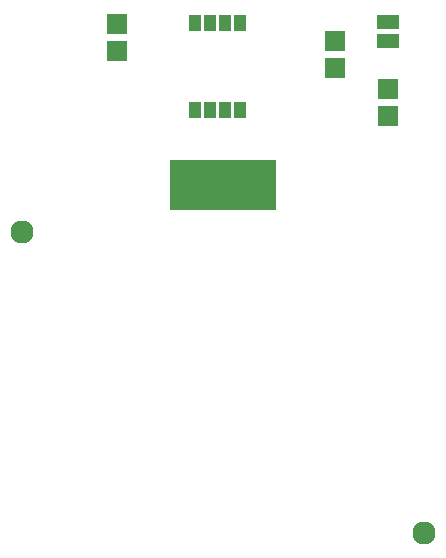
<source format=gbr>
%FSLAX35Y35*%
%MOIN*%
G04 EasyPC Gerber Version 18.0.9 Build 3640 *
%ADD25R,0.03953X0.16748*%
%ADD24R,0.04150X0.05331*%
%ADD27R,0.06500X0.07000*%
%ADD23C,0.07000*%
%ADD26C,0.07706*%
%ADD28R,0.07299X0.04543*%
X0Y0D02*
D02*
D23*
X41730Y122470D03*
X175589Y22077D03*
D02*
D24*
X99191Y163219D03*
Y191959D03*
X104191Y163219D03*
Y191959D03*
X109191Y163219D03*
Y191959D03*
X114191Y163219D03*
Y191959D03*
D02*
D25*
X92911Y138219D03*
X96848D03*
X100785D03*
X104722D03*
X108659D03*
X112596D03*
X116533D03*
X120470D03*
X124407D03*
D02*
D26*
X41730Y122470D03*
X175589Y22077D03*
D02*
D27*
X73226Y182931D03*
Y191931D03*
X146061Y177026D03*
Y186026D03*
X163778Y161278D03*
Y170278D03*
D02*
D28*
Y186250D03*
Y192549D03*
X0Y0D02*
M02*

</source>
